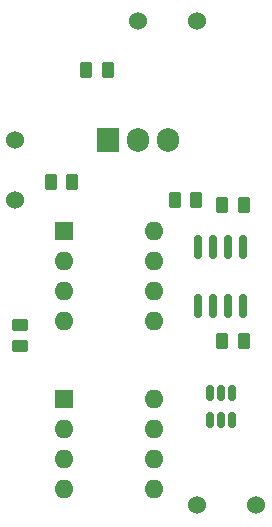
<source format=gbr>
%TF.GenerationSoftware,KiCad,Pcbnew,8.0.9*%
%TF.CreationDate,2025-03-06T03:58:24+03:00*%
%TF.ProjectId,dmx_led_controller,646d785f-6c65-4645-9f63-6f6e74726f6c,rev?*%
%TF.SameCoordinates,Original*%
%TF.FileFunction,Soldermask,Top*%
%TF.FilePolarity,Negative*%
%FSLAX46Y46*%
G04 Gerber Fmt 4.6, Leading zero omitted, Abs format (unit mm)*
G04 Created by KiCad (PCBNEW 8.0.9) date 2025-03-06 03:58:24*
%MOMM*%
%LPD*%
G01*
G04 APERTURE LIST*
G04 Aperture macros list*
%AMRoundRect*
0 Rectangle with rounded corners*
0 $1 Rounding radius*
0 $2 $3 $4 $5 $6 $7 $8 $9 X,Y pos of 4 corners*
0 Add a 4 corners polygon primitive as box body*
4,1,4,$2,$3,$4,$5,$6,$7,$8,$9,$2,$3,0*
0 Add four circle primitives for the rounded corners*
1,1,$1+$1,$2,$3*
1,1,$1+$1,$4,$5*
1,1,$1+$1,$6,$7*
1,1,$1+$1,$8,$9*
0 Add four rect primitives between the rounded corners*
20,1,$1+$1,$2,$3,$4,$5,0*
20,1,$1+$1,$4,$5,$6,$7,0*
20,1,$1+$1,$6,$7,$8,$9,0*
20,1,$1+$1,$8,$9,$2,$3,0*%
G04 Aperture macros list end*
%ADD10R,1.905000X2.000000*%
%ADD11O,1.905000X2.000000*%
%ADD12R,1.600000X1.600000*%
%ADD13O,1.600000X1.600000*%
%ADD14RoundRect,0.250000X-0.450000X0.262500X-0.450000X-0.262500X0.450000X-0.262500X0.450000X0.262500X0*%
%ADD15RoundRect,0.250000X-0.262500X-0.450000X0.262500X-0.450000X0.262500X0.450000X-0.262500X0.450000X0*%
%ADD16RoundRect,0.150000X0.150000X-0.825000X0.150000X0.825000X-0.150000X0.825000X-0.150000X-0.825000X0*%
%ADD17C,1.524000*%
%ADD18RoundRect,0.250000X0.262500X0.450000X-0.262500X0.450000X-0.262500X-0.450000X0.262500X-0.450000X0*%
%ADD19RoundRect,0.150000X0.150000X-0.512500X0.150000X0.512500X-0.150000X0.512500X-0.150000X-0.512500X0*%
G04 APERTURE END LIST*
D10*
%TO.C,Q1*%
X147460000Y-92231250D03*
D11*
X150000000Y-92231250D03*
X152540000Y-92231250D03*
%TD*%
D12*
%TO.C,U1*%
X143700000Y-99931250D03*
D13*
X143700000Y-102471250D03*
X143700000Y-105011250D03*
X143700000Y-107551250D03*
X151320000Y-107551250D03*
X151320000Y-105011250D03*
X151320000Y-102471250D03*
X151320000Y-99931250D03*
%TD*%
D14*
%TO.C,R6*%
X140000000Y-107818750D03*
X140000000Y-109643750D03*
%TD*%
D15*
%TO.C,R4*%
X142587500Y-95731250D03*
X144412500Y-95731250D03*
%TD*%
D16*
%TO.C,U3*%
X155095000Y-106206250D03*
X156365000Y-106206250D03*
X157635000Y-106206250D03*
X158905000Y-106206250D03*
X158905000Y-101256250D03*
X157635000Y-101256250D03*
X156365000Y-101256250D03*
X155095000Y-101256250D03*
%TD*%
D12*
%TO.C,U4*%
X143700000Y-114111250D03*
D13*
X143700000Y-116651250D03*
X143700000Y-119191250D03*
X143700000Y-121731250D03*
X151320000Y-121731250D03*
X151320000Y-119191250D03*
X151320000Y-116651250D03*
X151320000Y-114111250D03*
%TD*%
D17*
%TO.C,LED_LINE1*%
X150000000Y-82131250D03*
X155000000Y-82131250D03*
%TD*%
%TO.C,VCC2*%
X155000000Y-123131250D03*
X160000000Y-123131250D03*
%TD*%
D18*
%TO.C,R5*%
X147412500Y-86231250D03*
X145587500Y-86231250D03*
%TD*%
D15*
%TO.C,R1*%
X153087500Y-97231250D03*
X154912500Y-97231250D03*
%TD*%
D19*
%TO.C,U2*%
X156050000Y-115868750D03*
X157000000Y-115868750D03*
X157950000Y-115868750D03*
X157950000Y-113593750D03*
X157000000Y-113593750D03*
X156050000Y-113593750D03*
%TD*%
D15*
%TO.C,R3*%
X157087500Y-97731250D03*
X158912500Y-97731250D03*
%TD*%
D17*
%TO.C,VCC1*%
X139600000Y-92231250D03*
X139600000Y-97231250D03*
%TD*%
D18*
%TO.C,R2*%
X158912500Y-109231250D03*
X157087500Y-109231250D03*
%TD*%
M02*

</source>
